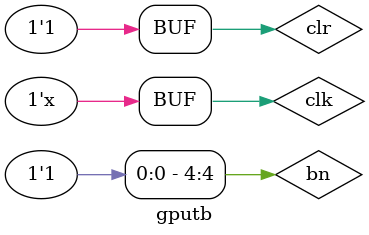
<source format=v>
`timescale 1ns / 1ps
module gputb;
reg [4:2]downn;
reg [3:1]upn;
reg [4:1]bn;
reg clr,clk;//ÇåÁã¶ËµÍµçÆ½ÓÐÐ§£¬»Ö¸´ÖÁÒ»²ã
wire[4:2]downnfb;
wire[3:1]upnfb;
wire[4:1]bnfb;
wire [2:0]floor;
wire [1:0]updown;
wire [3:0]count;
wire [2:0]y;//×´Ì¬
ctrl U1(downn,upn,bn,clr,clk3hz,downnfb,upnfb,bnfb,floor,updown,open,y);
initial begin
clr=0;
#1 clr=1;
bn[4]=1;
end
always 
#1 clk=~clk;

endmodule
</source>
